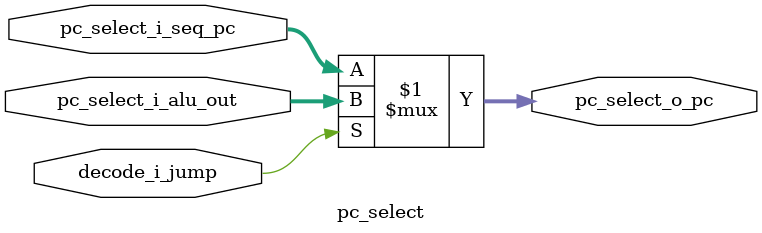
<source format=v>
`include "define.v"
module pc_select (
    input  wire [63:0] pc_select_i_seq_pc,
    input  wire [63:0] pc_select_i_alu_out,
    input  wire        decode_i_jump,

    output wire [63:0] pc_select_o_pc 
);
    
assign pc_select_o_pc = (decode_i_jump) ? pc_select_i_alu_out : pc_select_i_seq_pc;
endmodule
</source>
